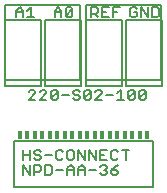
<source format=gto>
G75*
%MOIN*%
%OFA0B0*%
%FSLAX24Y24*%
%IPPOS*%
%LPD*%
%AMOC8*
5,1,8,0,0,1.08239X$1,22.5*
%
%ADD10C,0.0070*%
%ADD11R,0.0150X0.0300*%
%ADD12C,0.0050*%
D10*
X000750Y000225D02*
X000750Y001765D01*
X005400Y001765D01*
X005400Y000225D01*
X000750Y000225D01*
X001060Y000640D02*
X001060Y000970D01*
X001280Y000640D01*
X001280Y000970D01*
X001428Y000970D02*
X001593Y000970D01*
X001649Y000915D01*
X001649Y000805D01*
X001593Y000750D01*
X001428Y000750D01*
X001428Y000640D02*
X001428Y000970D01*
X001483Y001140D02*
X001428Y001195D01*
X001483Y001140D02*
X001593Y001140D01*
X001649Y001195D01*
X001649Y001250D01*
X001593Y001305D01*
X001483Y001305D01*
X001428Y001360D01*
X001428Y001415D01*
X001483Y001470D01*
X001593Y001470D01*
X001649Y001415D01*
X001797Y001305D02*
X002017Y001305D01*
X002165Y001195D02*
X002220Y001140D01*
X002330Y001140D01*
X002385Y001195D01*
X002533Y001195D02*
X002588Y001140D01*
X002698Y001140D01*
X002753Y001195D01*
X002753Y001415D01*
X002698Y001470D01*
X002588Y001470D01*
X002533Y001415D01*
X002533Y001195D01*
X002643Y000970D02*
X002753Y000860D01*
X002753Y000640D01*
X002902Y000640D02*
X002902Y000860D01*
X003012Y000970D01*
X003122Y000860D01*
X003122Y000640D01*
X003122Y000805D02*
X002902Y000805D01*
X002753Y000805D02*
X002533Y000805D01*
X002533Y000860D02*
X002643Y000970D01*
X002533Y000860D02*
X002533Y000640D01*
X002385Y000805D02*
X002165Y000805D01*
X002017Y000695D02*
X002017Y000915D01*
X001962Y000970D01*
X001797Y000970D01*
X001797Y000640D01*
X001962Y000640D01*
X002017Y000695D01*
X002165Y001195D02*
X002165Y001415D01*
X002220Y001470D01*
X002330Y001470D01*
X002385Y001415D01*
X002902Y001470D02*
X002902Y001140D01*
X003122Y001140D02*
X003122Y001470D01*
X003270Y001470D02*
X003490Y001140D01*
X003490Y001470D01*
X003638Y001470D02*
X003638Y001140D01*
X003858Y001140D01*
X003748Y001305D02*
X003638Y001305D01*
X003638Y001470D02*
X003858Y001470D01*
X004007Y001415D02*
X004007Y001195D01*
X004062Y001140D01*
X004172Y001140D01*
X004227Y001195D01*
X004227Y000970D02*
X004117Y000915D01*
X004007Y000805D01*
X004172Y000805D01*
X004227Y000750D01*
X004227Y000695D01*
X004172Y000640D01*
X004062Y000640D01*
X004007Y000695D01*
X004007Y000805D01*
X003858Y000750D02*
X003858Y000695D01*
X003803Y000640D01*
X003693Y000640D01*
X003638Y000695D01*
X003748Y000805D02*
X003803Y000805D01*
X003858Y000750D01*
X003803Y000805D02*
X003858Y000860D01*
X003858Y000915D01*
X003803Y000970D01*
X003693Y000970D01*
X003638Y000915D01*
X003490Y000805D02*
X003270Y000805D01*
X003270Y001140D02*
X003270Y001470D01*
X003122Y001140D02*
X002902Y001470D01*
X004007Y001415D02*
X004062Y001470D01*
X004172Y001470D01*
X004227Y001415D01*
X004375Y001470D02*
X004595Y001470D01*
X004485Y001470D02*
X004485Y001140D01*
X004420Y003140D02*
X004200Y003140D01*
X004310Y003140D02*
X004310Y003470D01*
X004200Y003360D01*
X004052Y003305D02*
X003832Y003305D01*
X003683Y003360D02*
X003683Y003415D01*
X003628Y003470D01*
X003518Y003470D01*
X003463Y003415D01*
X003315Y003415D02*
X003315Y003195D01*
X003260Y003140D01*
X003150Y003140D01*
X003095Y003195D01*
X003315Y003415D01*
X003260Y003470D01*
X003150Y003470D01*
X003095Y003415D01*
X003095Y003195D01*
X002947Y003195D02*
X002892Y003140D01*
X002782Y003140D01*
X002727Y003195D01*
X002782Y003305D02*
X002892Y003305D01*
X002947Y003250D01*
X002947Y003195D01*
X002782Y003305D02*
X002727Y003360D01*
X002727Y003415D01*
X002782Y003470D01*
X002892Y003470D01*
X002947Y003415D01*
X002578Y003305D02*
X002358Y003305D01*
X002210Y003195D02*
X002155Y003140D01*
X002045Y003140D01*
X001990Y003195D01*
X002210Y003415D01*
X002210Y003195D01*
X001990Y003195D02*
X001990Y003415D01*
X002045Y003470D01*
X002155Y003470D01*
X002210Y003415D01*
X001842Y003415D02*
X001787Y003470D01*
X001677Y003470D01*
X001622Y003415D01*
X001474Y003415D02*
X001418Y003470D01*
X001308Y003470D01*
X001253Y003415D01*
X001474Y003415D02*
X001474Y003360D01*
X001253Y003140D01*
X001474Y003140D01*
X001622Y003140D02*
X001842Y003360D01*
X001842Y003415D01*
X001842Y003140D02*
X001622Y003140D01*
X001280Y001470D02*
X001280Y001140D01*
X001280Y001305D02*
X001060Y001305D01*
X001060Y001140D02*
X001060Y001470D01*
X003463Y003140D02*
X003683Y003360D01*
X003683Y003140D02*
X003463Y003140D01*
X004568Y003195D02*
X004788Y003415D01*
X004788Y003195D01*
X004733Y003140D01*
X004623Y003140D01*
X004568Y003195D01*
X004568Y003415D01*
X004623Y003470D01*
X004733Y003470D01*
X004788Y003415D01*
X004936Y003415D02*
X004936Y003195D01*
X005157Y003415D01*
X005157Y003195D01*
X005102Y003140D01*
X004992Y003140D01*
X004936Y003195D01*
X004936Y003415D02*
X004992Y003470D01*
X005102Y003470D01*
X005157Y003415D01*
X005224Y005890D02*
X005224Y006220D01*
X005372Y006220D02*
X005537Y006220D01*
X005592Y006165D01*
X005592Y005945D01*
X005537Y005890D01*
X005372Y005890D01*
X005372Y006220D01*
X005224Y005890D02*
X005003Y006220D01*
X005003Y005890D01*
X004855Y005945D02*
X004855Y006055D01*
X004745Y006055D01*
X004855Y006165D02*
X004800Y006220D01*
X004690Y006220D01*
X004635Y006165D01*
X004635Y005945D01*
X004690Y005890D01*
X004800Y005890D01*
X004855Y005945D01*
X004292Y006220D02*
X004072Y006220D01*
X004072Y005890D01*
X003924Y005890D02*
X003703Y005890D01*
X003703Y006220D01*
X003924Y006220D01*
X003813Y006055D02*
X003703Y006055D01*
X003555Y006055D02*
X003500Y006000D01*
X003335Y006000D01*
X003445Y006000D02*
X003555Y005890D01*
X003555Y006055D02*
X003555Y006165D01*
X003500Y006220D01*
X003335Y006220D01*
X003335Y005890D01*
X002699Y005945D02*
X002643Y005890D01*
X002533Y005890D01*
X002478Y005945D01*
X002699Y006165D01*
X002699Y005945D01*
X002699Y006165D02*
X002643Y006220D01*
X002533Y006220D01*
X002478Y006165D01*
X002478Y005945D01*
X002330Y005890D02*
X002330Y006110D01*
X002220Y006220D01*
X002110Y006110D01*
X002110Y005890D01*
X002110Y006055D02*
X002330Y006055D01*
X001424Y005890D02*
X001203Y005890D01*
X001313Y005890D02*
X001313Y006220D01*
X001203Y006110D01*
X001055Y006110D02*
X001055Y005890D01*
X001055Y006055D02*
X000835Y006055D01*
X000835Y006110D02*
X000945Y006220D01*
X001055Y006110D01*
X000835Y006110D02*
X000835Y005890D01*
X004072Y006055D02*
X004182Y006055D01*
D11*
X004200Y001955D03*
X003950Y001955D03*
X003700Y001955D03*
X003450Y001955D03*
X003200Y001955D03*
X002950Y001955D03*
X002700Y001955D03*
X002450Y001955D03*
X002200Y001955D03*
X001950Y001955D03*
X001700Y001955D03*
X001700Y001955D03*
X001450Y001955D03*
X001200Y001955D03*
X000950Y001955D03*
X004450Y001955D03*
X004700Y001955D03*
X004950Y001955D03*
X005200Y001955D03*
D12*
X005700Y003605D02*
X004500Y003605D01*
X004500Y005805D01*
X005700Y005805D01*
X005700Y003605D01*
X005675Y003805D02*
X005675Y006305D01*
X003175Y006305D01*
X003175Y003805D01*
X005675Y003805D01*
X004350Y003605D02*
X004350Y005805D01*
X003150Y005805D01*
X003150Y003605D01*
X004350Y003605D01*
X003000Y003605D02*
X003000Y005805D01*
X001800Y005805D01*
X001800Y003605D01*
X003000Y003605D01*
X002975Y003805D02*
X002975Y006305D01*
X000475Y006305D01*
X000475Y003805D01*
X002975Y003805D01*
X001650Y003605D02*
X001650Y005805D01*
X000450Y005805D01*
X000450Y003605D01*
X001650Y003605D01*
M02*

</source>
